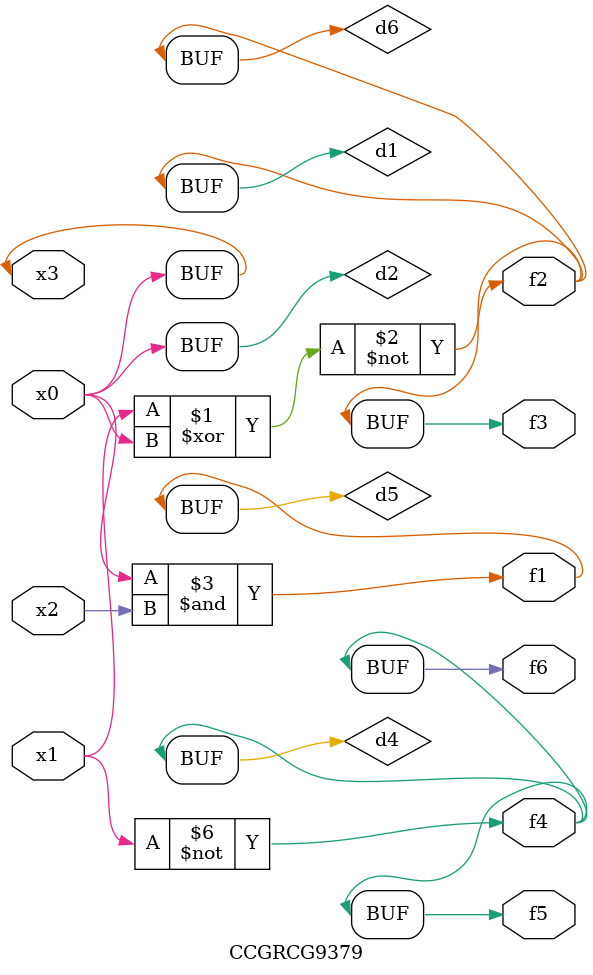
<source format=v>
module CCGRCG9379(
	input x0, x1, x2, x3,
	output f1, f2, f3, f4, f5, f6
);

	wire d1, d2, d3, d4, d5, d6;

	xnor (d1, x1, x3);
	buf (d2, x0, x3);
	nand (d3, x0, x2);
	not (d4, x1);
	nand (d5, d3);
	or (d6, d1);
	assign f1 = d5;
	assign f2 = d6;
	assign f3 = d6;
	assign f4 = d4;
	assign f5 = d4;
	assign f6 = d4;
endmodule

</source>
